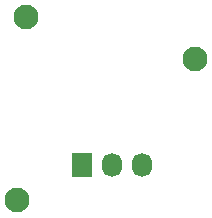
<source format=gbr>
%TF.GenerationSoftware,KiCad,Pcbnew,9.0.1*%
%TF.CreationDate,2025-05-20T00:04:45-05:00*%
%TF.ProjectId,myproject,6d797072-6f6a-4656-9374-2e6b69636164,rev?*%
%TF.SameCoordinates,Original*%
%TF.FileFunction,Soldermask,Bot*%
%TF.FilePolarity,Negative*%
%FSLAX46Y46*%
G04 Gerber Fmt 4.6, Leading zero omitted, Abs format (unit mm)*
G04 Created by KiCad (PCBNEW 9.0.1) date 2025-05-20 00:04:45*
%MOMM*%
%LPD*%
G01*
G04 APERTURE LIST*
%ADD10C,2.100000*%
%ADD11R,1.730000X2.030000*%
%ADD12O,1.730000X2.030000*%
G04 APERTURE END LIST*
D10*
%TO.C,*%
X2000000Y-18000000D03*
%TD*%
%TO.C,*%
X2750000Y-2500000D03*
%TD*%
%TO.C,REF\u002A\u002A*%
X17000000Y-6000000D03*
%TD*%
D11*
%TO.C,J1*%
X7460000Y-15000000D03*
D12*
X10000000Y-15000000D03*
X12540000Y-15000000D03*
%TD*%
M02*

</source>
